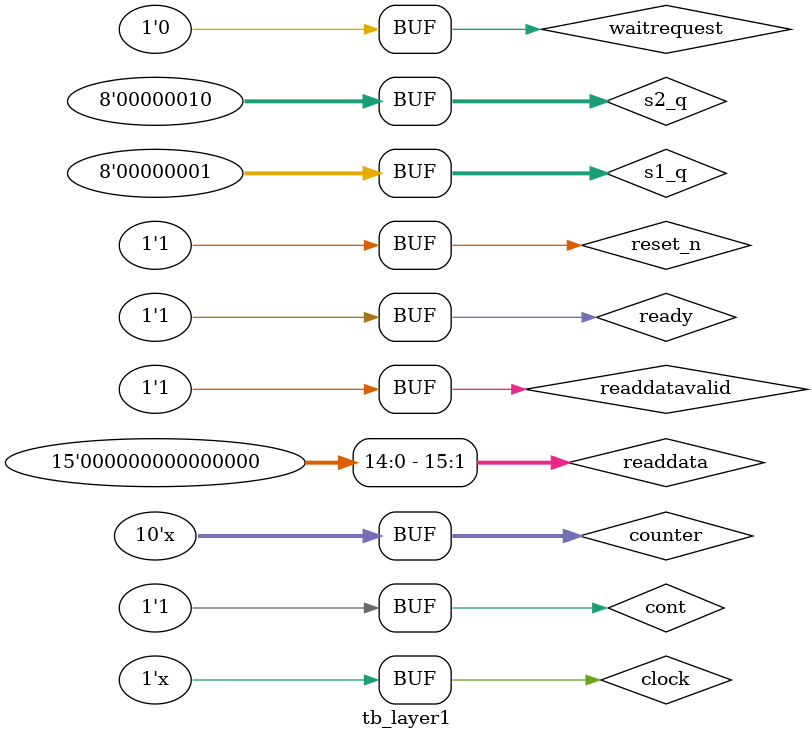
<source format=v>
`timescale 1 ns / 100 ps

module tb_layer1;
	reg clock;
	reg reset_n;
	reg readdatavalid;
	reg [15:0] readdata;
	reg waitrequest;
	reg ready;
	reg cont = 1;
	reg [9:0] counter = 0;
	reg[15:0] memory[0:131072];
	wire [31:0] address;
	reg [31:0] rdadr;
	reg isread = 0;
	reg [7:0] s1_q;
	reg [7:0] s2_q;
	initial begin
		isread <= 0;
		clock <= 0;
		ready <= 0;
		reset_n <= 0;
		readdatavalid <= 0;
		readdata <= 16'h0001;
		waitrequest <= 0;
		#20;
		reset_n <= 1;
		ready <= 1;
		s1_q <= 8'h1;
		s2_q <= 8'h2;
	end

	layer2 DUT(
		.clk(clock),
		.reset_n(reset_n),
		.waitrequest(waitrequest),
		.readdatavalid(readdatavalid),
		.readdata(readdata),
		.read_n(read_n),
		.write_n(write_n),
		.chipselect(chipselect),
		.address(address),
		.byteenable(byteenable),
		.writedata(writedata),
		.ready(ready),
		.done(done),
		.s1_q(s1_q),
		.s2_q(s2_q)
		);

	always begin
		#10 clock = ~clock;
		if (read_n == 0 && counter > 8) begin
			counter = 0;
			isread = 1;
	        end
		if ((write_n == 0) && counter > 6) begin
			counter = 0;
	        end
		if(counter == 4) begin
			waitrequest <= 0;
			rdadr <= ~read_n ? address : 0;
		end
		else begin
			waitrequest <= 0;
		end
		if ((counter == 6) && isread == 1) begin
			readdatavalid = 1;
			
			//readdata = memory[rdadr] || 0;
		end
		else begin
			readdatavalid = 1;
		end
		if(counter == 8) begin
			isread = 0;
		end

		counter = counter + clock;
		readdata <= $random;
		//readdata <= 0;
	end

endmodule

</source>
